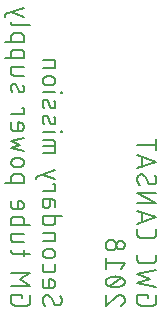
<source format=gbo>
G75*
%MOIN*%
%OFA0B0*%
%FSLAX25Y25*%
%IPPOS*%
%LPD*%
%AMOC8*
5,1,8,0,0,1.08239X$1,22.5*
%
%ADD10C,0.00600*%
D10*
X0129508Y0102234D02*
X0135908Y0102234D01*
X0135908Y0104012D01*
X0135909Y0104012D02*
X0135907Y0104076D01*
X0135901Y0104141D01*
X0135892Y0104204D01*
X0135878Y0104267D01*
X0135861Y0104329D01*
X0135840Y0104390D01*
X0135815Y0104450D01*
X0135787Y0104508D01*
X0135755Y0104564D01*
X0135720Y0104618D01*
X0135682Y0104670D01*
X0135641Y0104720D01*
X0135596Y0104766D01*
X0135550Y0104811D01*
X0135500Y0104852D01*
X0135448Y0104890D01*
X0135394Y0104925D01*
X0135338Y0104957D01*
X0135280Y0104985D01*
X0135220Y0105010D01*
X0135159Y0105031D01*
X0135097Y0105048D01*
X0135034Y0105062D01*
X0134971Y0105071D01*
X0134906Y0105077D01*
X0134842Y0105079D01*
X0134842Y0105078D02*
X0132708Y0105078D01*
X0132708Y0105079D02*
X0132644Y0105077D01*
X0132579Y0105071D01*
X0132516Y0105062D01*
X0132453Y0105048D01*
X0132391Y0105031D01*
X0132330Y0105010D01*
X0132270Y0104985D01*
X0132212Y0104957D01*
X0132156Y0104925D01*
X0132102Y0104890D01*
X0132050Y0104852D01*
X0132000Y0104811D01*
X0131954Y0104766D01*
X0131909Y0104720D01*
X0131868Y0104670D01*
X0131830Y0104618D01*
X0131795Y0104564D01*
X0131763Y0104508D01*
X0131735Y0104450D01*
X0131710Y0104390D01*
X0131689Y0104329D01*
X0131672Y0104267D01*
X0131658Y0104204D01*
X0131649Y0104141D01*
X0131643Y0104076D01*
X0131641Y0104012D01*
X0131642Y0104012D02*
X0131642Y0102234D01*
X0133064Y0107539D02*
X0134486Y0107539D01*
X0134560Y0107541D01*
X0134635Y0107547D01*
X0134708Y0107557D01*
X0134782Y0107570D01*
X0134854Y0107587D01*
X0134925Y0107609D01*
X0134996Y0107633D01*
X0135064Y0107662D01*
X0135132Y0107694D01*
X0135197Y0107730D01*
X0135260Y0107768D01*
X0135322Y0107811D01*
X0135381Y0107856D01*
X0135438Y0107904D01*
X0135492Y0107955D01*
X0135543Y0108009D01*
X0135591Y0108066D01*
X0135636Y0108125D01*
X0135679Y0108187D01*
X0135717Y0108250D01*
X0135753Y0108315D01*
X0135785Y0108383D01*
X0135814Y0108451D01*
X0135838Y0108522D01*
X0135860Y0108593D01*
X0135877Y0108665D01*
X0135890Y0108739D01*
X0135900Y0108812D01*
X0135906Y0108887D01*
X0135908Y0108961D01*
X0135906Y0109035D01*
X0135900Y0109110D01*
X0135890Y0109183D01*
X0135877Y0109257D01*
X0135860Y0109329D01*
X0135838Y0109400D01*
X0135814Y0109471D01*
X0135785Y0109539D01*
X0135753Y0109607D01*
X0135717Y0109672D01*
X0135679Y0109735D01*
X0135636Y0109797D01*
X0135591Y0109856D01*
X0135543Y0109913D01*
X0135492Y0109967D01*
X0135438Y0110018D01*
X0135381Y0110066D01*
X0135322Y0110111D01*
X0135260Y0110154D01*
X0135197Y0110192D01*
X0135132Y0110228D01*
X0135064Y0110260D01*
X0134996Y0110289D01*
X0134925Y0110313D01*
X0134854Y0110335D01*
X0134782Y0110352D01*
X0134708Y0110365D01*
X0134635Y0110375D01*
X0134560Y0110381D01*
X0134486Y0110383D01*
X0133064Y0110383D01*
X0132990Y0110381D01*
X0132915Y0110375D01*
X0132842Y0110365D01*
X0132768Y0110352D01*
X0132696Y0110335D01*
X0132625Y0110313D01*
X0132554Y0110289D01*
X0132486Y0110260D01*
X0132418Y0110228D01*
X0132353Y0110192D01*
X0132290Y0110154D01*
X0132228Y0110111D01*
X0132169Y0110066D01*
X0132112Y0110018D01*
X0132058Y0109967D01*
X0132007Y0109913D01*
X0131959Y0109856D01*
X0131914Y0109797D01*
X0131871Y0109735D01*
X0131833Y0109672D01*
X0131797Y0109607D01*
X0131765Y0109539D01*
X0131736Y0109471D01*
X0131712Y0109400D01*
X0131690Y0109329D01*
X0131673Y0109257D01*
X0131660Y0109183D01*
X0131650Y0109110D01*
X0131644Y0109035D01*
X0131642Y0108961D01*
X0131644Y0108887D01*
X0131650Y0108812D01*
X0131660Y0108739D01*
X0131673Y0108665D01*
X0131690Y0108593D01*
X0131712Y0108522D01*
X0131736Y0108451D01*
X0131765Y0108383D01*
X0131797Y0108315D01*
X0131833Y0108250D01*
X0131871Y0108187D01*
X0131914Y0108125D01*
X0131959Y0108066D01*
X0132007Y0108009D01*
X0132058Y0107955D01*
X0132112Y0107904D01*
X0132169Y0107856D01*
X0132228Y0107811D01*
X0132290Y0107768D01*
X0132353Y0107730D01*
X0132418Y0107694D01*
X0132486Y0107662D01*
X0132554Y0107633D01*
X0132625Y0107609D01*
X0132696Y0107587D01*
X0132768Y0107570D01*
X0132842Y0107557D01*
X0132915Y0107547D01*
X0132990Y0107541D01*
X0133064Y0107539D01*
X0135908Y0112776D02*
X0131642Y0113843D01*
X0134486Y0114910D01*
X0131642Y0115976D01*
X0135908Y0117043D01*
X0134486Y0119436D02*
X0132708Y0119436D01*
X0132644Y0119438D01*
X0132579Y0119444D01*
X0132516Y0119453D01*
X0132453Y0119467D01*
X0132391Y0119484D01*
X0132330Y0119505D01*
X0132270Y0119530D01*
X0132212Y0119558D01*
X0132156Y0119590D01*
X0132102Y0119625D01*
X0132050Y0119663D01*
X0132000Y0119704D01*
X0131954Y0119749D01*
X0131909Y0119795D01*
X0131868Y0119845D01*
X0131830Y0119897D01*
X0131795Y0119951D01*
X0131763Y0120007D01*
X0131735Y0120065D01*
X0131710Y0120125D01*
X0131689Y0120186D01*
X0131672Y0120248D01*
X0131658Y0120311D01*
X0131649Y0120374D01*
X0131643Y0120439D01*
X0131641Y0120503D01*
X0131642Y0120503D02*
X0131642Y0122281D01*
X0133775Y0122281D02*
X0133775Y0119436D01*
X0134486Y0119437D02*
X0134560Y0119439D01*
X0134635Y0119445D01*
X0134708Y0119455D01*
X0134782Y0119468D01*
X0134854Y0119485D01*
X0134925Y0119507D01*
X0134996Y0119531D01*
X0135064Y0119560D01*
X0135132Y0119592D01*
X0135197Y0119628D01*
X0135260Y0119666D01*
X0135322Y0119709D01*
X0135381Y0119754D01*
X0135438Y0119802D01*
X0135492Y0119853D01*
X0135543Y0119907D01*
X0135591Y0119964D01*
X0135636Y0120023D01*
X0135679Y0120085D01*
X0135717Y0120148D01*
X0135753Y0120213D01*
X0135785Y0120281D01*
X0135814Y0120349D01*
X0135838Y0120420D01*
X0135860Y0120491D01*
X0135877Y0120563D01*
X0135890Y0120637D01*
X0135900Y0120710D01*
X0135906Y0120785D01*
X0135908Y0120859D01*
X0135906Y0120933D01*
X0135900Y0121008D01*
X0135890Y0121081D01*
X0135877Y0121155D01*
X0135860Y0121227D01*
X0135838Y0121298D01*
X0135814Y0121369D01*
X0135785Y0121437D01*
X0135753Y0121505D01*
X0135717Y0121570D01*
X0135679Y0121633D01*
X0135636Y0121695D01*
X0135591Y0121754D01*
X0135543Y0121811D01*
X0135492Y0121865D01*
X0135438Y0121916D01*
X0135381Y0121964D01*
X0135322Y0122009D01*
X0135260Y0122052D01*
X0135197Y0122090D01*
X0135132Y0122126D01*
X0135064Y0122158D01*
X0134996Y0122187D01*
X0134925Y0122211D01*
X0134854Y0122233D01*
X0134782Y0122250D01*
X0134708Y0122263D01*
X0134635Y0122273D01*
X0134560Y0122279D01*
X0134486Y0122281D01*
X0133775Y0122281D01*
X0131642Y0125008D02*
X0135908Y0125008D01*
X0135908Y0127142D01*
X0135197Y0127142D01*
X0134131Y0132893D02*
X0133420Y0134671D01*
X0133396Y0134726D01*
X0133369Y0134779D01*
X0133338Y0134830D01*
X0133304Y0134879D01*
X0133267Y0134925D01*
X0133227Y0134969D01*
X0133185Y0135011D01*
X0133139Y0135049D01*
X0133092Y0135085D01*
X0133042Y0135117D01*
X0132990Y0135147D01*
X0132936Y0135172D01*
X0132881Y0135195D01*
X0132825Y0135213D01*
X0132767Y0135228D01*
X0132709Y0135240D01*
X0132650Y0135247D01*
X0132590Y0135251D01*
X0132531Y0135250D01*
X0132471Y0135246D01*
X0132412Y0135238D01*
X0132354Y0135227D01*
X0132297Y0135211D01*
X0132240Y0135192D01*
X0132185Y0135170D01*
X0132132Y0135143D01*
X0132080Y0135114D01*
X0132031Y0135081D01*
X0131983Y0135045D01*
X0131938Y0135006D01*
X0131896Y0134964D01*
X0131856Y0134920D01*
X0131820Y0134873D01*
X0131786Y0134824D01*
X0131756Y0134773D01*
X0131729Y0134720D01*
X0131705Y0134665D01*
X0131686Y0134609D01*
X0131669Y0134552D01*
X0131657Y0134493D01*
X0131648Y0134435D01*
X0131643Y0134375D01*
X0131642Y0134316D01*
X0135553Y0134849D02*
X0135600Y0134741D01*
X0135643Y0134631D01*
X0135684Y0134520D01*
X0135721Y0134408D01*
X0135755Y0134296D01*
X0135786Y0134182D01*
X0135813Y0134067D01*
X0135837Y0133951D01*
X0135857Y0133835D01*
X0135874Y0133719D01*
X0135888Y0133602D01*
X0135898Y0133484D01*
X0135905Y0133367D01*
X0135909Y0133249D01*
X0135908Y0133190D01*
X0135903Y0133130D01*
X0135894Y0133072D01*
X0135882Y0133013D01*
X0135865Y0132956D01*
X0135846Y0132900D01*
X0135822Y0132845D01*
X0135795Y0132792D01*
X0135765Y0132741D01*
X0135731Y0132692D01*
X0135695Y0132645D01*
X0135655Y0132601D01*
X0135613Y0132559D01*
X0135568Y0132520D01*
X0135520Y0132484D01*
X0135471Y0132451D01*
X0135419Y0132422D01*
X0135366Y0132395D01*
X0135311Y0132373D01*
X0135254Y0132354D01*
X0135197Y0132338D01*
X0135139Y0132327D01*
X0135080Y0132319D01*
X0135020Y0132315D01*
X0134961Y0132314D01*
X0134901Y0132318D01*
X0134842Y0132325D01*
X0134784Y0132337D01*
X0134726Y0132352D01*
X0134670Y0132370D01*
X0134615Y0132393D01*
X0134561Y0132418D01*
X0134509Y0132448D01*
X0134459Y0132480D01*
X0134412Y0132516D01*
X0134366Y0132554D01*
X0134324Y0132596D01*
X0134284Y0132640D01*
X0134247Y0132686D01*
X0134213Y0132735D01*
X0134182Y0132786D01*
X0134155Y0132839D01*
X0134131Y0132894D01*
X0131997Y0132360D02*
X0131947Y0132505D01*
X0131901Y0132652D01*
X0131858Y0132799D01*
X0131819Y0132948D01*
X0131784Y0133098D01*
X0131752Y0133248D01*
X0131725Y0133399D01*
X0131701Y0133551D01*
X0131682Y0133703D01*
X0131666Y0133856D01*
X0131654Y0134009D01*
X0131646Y0134162D01*
X0131642Y0134316D01*
X0132708Y0137898D02*
X0135908Y0137898D01*
X0135908Y0140743D02*
X0131642Y0140743D01*
X0131642Y0138965D01*
X0131641Y0138965D02*
X0131643Y0138901D01*
X0131649Y0138836D01*
X0131658Y0138773D01*
X0131672Y0138710D01*
X0131689Y0138648D01*
X0131710Y0138587D01*
X0131735Y0138527D01*
X0131763Y0138469D01*
X0131795Y0138413D01*
X0131830Y0138359D01*
X0131868Y0138307D01*
X0131909Y0138257D01*
X0131954Y0138211D01*
X0132000Y0138166D01*
X0132050Y0138125D01*
X0132102Y0138087D01*
X0132156Y0138052D01*
X0132212Y0138020D01*
X0132270Y0137992D01*
X0132330Y0137967D01*
X0132391Y0137946D01*
X0132453Y0137929D01*
X0132516Y0137915D01*
X0132579Y0137906D01*
X0132644Y0137900D01*
X0132708Y0137898D01*
X0131642Y0143671D02*
X0131642Y0145449D01*
X0131641Y0145449D02*
X0131643Y0145513D01*
X0131649Y0145578D01*
X0131658Y0145641D01*
X0131672Y0145704D01*
X0131689Y0145766D01*
X0131710Y0145827D01*
X0131735Y0145887D01*
X0131763Y0145945D01*
X0131795Y0146001D01*
X0131830Y0146055D01*
X0131868Y0146107D01*
X0131909Y0146157D01*
X0131954Y0146203D01*
X0132000Y0146248D01*
X0132050Y0146289D01*
X0132102Y0146327D01*
X0132156Y0146362D01*
X0132212Y0146394D01*
X0132270Y0146422D01*
X0132330Y0146447D01*
X0132391Y0146468D01*
X0132453Y0146485D01*
X0132516Y0146499D01*
X0132579Y0146508D01*
X0132644Y0146514D01*
X0132708Y0146516D01*
X0134842Y0146516D01*
X0134906Y0146514D01*
X0134971Y0146508D01*
X0135034Y0146499D01*
X0135097Y0146485D01*
X0135159Y0146468D01*
X0135220Y0146447D01*
X0135280Y0146422D01*
X0135338Y0146394D01*
X0135394Y0146362D01*
X0135448Y0146327D01*
X0135500Y0146289D01*
X0135550Y0146248D01*
X0135596Y0146203D01*
X0135641Y0146157D01*
X0135682Y0146107D01*
X0135720Y0146055D01*
X0135755Y0146001D01*
X0135787Y0145945D01*
X0135815Y0145887D01*
X0135840Y0145827D01*
X0135861Y0145766D01*
X0135878Y0145704D01*
X0135892Y0145641D01*
X0135901Y0145578D01*
X0135907Y0145513D01*
X0135909Y0145449D01*
X0135908Y0145449D02*
X0135908Y0143671D01*
X0129508Y0143671D01*
X0129508Y0149210D02*
X0135908Y0149210D01*
X0135908Y0150987D01*
X0135909Y0150987D02*
X0135907Y0151051D01*
X0135901Y0151116D01*
X0135892Y0151179D01*
X0135878Y0151242D01*
X0135861Y0151304D01*
X0135840Y0151365D01*
X0135815Y0151425D01*
X0135787Y0151483D01*
X0135755Y0151539D01*
X0135720Y0151593D01*
X0135682Y0151645D01*
X0135641Y0151695D01*
X0135596Y0151741D01*
X0135550Y0151786D01*
X0135500Y0151827D01*
X0135448Y0151865D01*
X0135394Y0151900D01*
X0135338Y0151932D01*
X0135280Y0151960D01*
X0135220Y0151985D01*
X0135159Y0152006D01*
X0135097Y0152023D01*
X0135034Y0152037D01*
X0134971Y0152046D01*
X0134906Y0152052D01*
X0134842Y0152054D01*
X0132708Y0152054D01*
X0132644Y0152052D01*
X0132579Y0152046D01*
X0132516Y0152037D01*
X0132453Y0152023D01*
X0132391Y0152006D01*
X0132330Y0151985D01*
X0132270Y0151960D01*
X0132212Y0151932D01*
X0132156Y0151900D01*
X0132102Y0151865D01*
X0132050Y0151827D01*
X0132000Y0151786D01*
X0131954Y0151741D01*
X0131909Y0151695D01*
X0131868Y0151645D01*
X0131830Y0151593D01*
X0131795Y0151539D01*
X0131763Y0151483D01*
X0131735Y0151425D01*
X0131710Y0151365D01*
X0131689Y0151304D01*
X0131672Y0151242D01*
X0131658Y0151179D01*
X0131649Y0151116D01*
X0131643Y0151051D01*
X0131641Y0150987D01*
X0131642Y0150987D02*
X0131642Y0149210D01*
X0132708Y0154608D02*
X0138042Y0154608D01*
X0135908Y0157591D02*
X0131642Y0159014D01*
X0129508Y0158302D02*
X0135908Y0160436D01*
X0131641Y0155674D02*
X0131643Y0155610D01*
X0131649Y0155545D01*
X0131658Y0155482D01*
X0131672Y0155419D01*
X0131689Y0155357D01*
X0131710Y0155296D01*
X0131735Y0155236D01*
X0131763Y0155178D01*
X0131795Y0155122D01*
X0131830Y0155068D01*
X0131868Y0155016D01*
X0131909Y0154966D01*
X0131954Y0154920D01*
X0132000Y0154875D01*
X0132050Y0154834D01*
X0132102Y0154796D01*
X0132156Y0154761D01*
X0132212Y0154729D01*
X0132270Y0154701D01*
X0132330Y0154676D01*
X0132391Y0154655D01*
X0132453Y0154638D01*
X0132516Y0154624D01*
X0132579Y0154615D01*
X0132644Y0154609D01*
X0132708Y0154607D01*
X0129508Y0157591D02*
X0129508Y0158302D01*
X0142142Y0143205D02*
X0145342Y0143205D01*
X0145406Y0143203D01*
X0145471Y0143197D01*
X0145534Y0143188D01*
X0145597Y0143174D01*
X0145659Y0143157D01*
X0145720Y0143136D01*
X0145780Y0143111D01*
X0145838Y0143083D01*
X0145894Y0143051D01*
X0145948Y0143016D01*
X0146000Y0142978D01*
X0146050Y0142937D01*
X0146096Y0142892D01*
X0146141Y0142846D01*
X0146182Y0142796D01*
X0146220Y0142744D01*
X0146255Y0142690D01*
X0146287Y0142634D01*
X0146315Y0142576D01*
X0146340Y0142516D01*
X0146361Y0142455D01*
X0146378Y0142393D01*
X0146392Y0142330D01*
X0146401Y0142267D01*
X0146407Y0142202D01*
X0146409Y0142138D01*
X0146408Y0142138D02*
X0146408Y0140360D01*
X0142142Y0140360D01*
X0143564Y0137666D02*
X0144986Y0137666D01*
X0145060Y0137664D01*
X0145135Y0137658D01*
X0145208Y0137648D01*
X0145282Y0137635D01*
X0145354Y0137618D01*
X0145425Y0137596D01*
X0145496Y0137572D01*
X0145564Y0137543D01*
X0145632Y0137511D01*
X0145697Y0137475D01*
X0145760Y0137437D01*
X0145822Y0137394D01*
X0145881Y0137349D01*
X0145938Y0137301D01*
X0145992Y0137250D01*
X0146043Y0137196D01*
X0146091Y0137139D01*
X0146136Y0137080D01*
X0146179Y0137018D01*
X0146217Y0136955D01*
X0146253Y0136890D01*
X0146285Y0136822D01*
X0146314Y0136754D01*
X0146338Y0136683D01*
X0146360Y0136612D01*
X0146377Y0136540D01*
X0146390Y0136466D01*
X0146400Y0136393D01*
X0146406Y0136318D01*
X0146408Y0136244D01*
X0146406Y0136170D01*
X0146400Y0136095D01*
X0146390Y0136022D01*
X0146377Y0135948D01*
X0146360Y0135876D01*
X0146338Y0135805D01*
X0146314Y0135734D01*
X0146285Y0135666D01*
X0146253Y0135598D01*
X0146217Y0135533D01*
X0146179Y0135470D01*
X0146136Y0135408D01*
X0146091Y0135349D01*
X0146043Y0135292D01*
X0145992Y0135238D01*
X0145938Y0135187D01*
X0145881Y0135139D01*
X0145822Y0135094D01*
X0145760Y0135051D01*
X0145697Y0135013D01*
X0145632Y0134977D01*
X0145564Y0134945D01*
X0145496Y0134916D01*
X0145425Y0134892D01*
X0145354Y0134870D01*
X0145282Y0134853D01*
X0145208Y0134840D01*
X0145135Y0134830D01*
X0145060Y0134824D01*
X0144986Y0134822D01*
X0144986Y0134821D02*
X0143564Y0134821D01*
X0143564Y0134822D02*
X0143490Y0134824D01*
X0143415Y0134830D01*
X0143342Y0134840D01*
X0143268Y0134853D01*
X0143196Y0134870D01*
X0143125Y0134892D01*
X0143054Y0134916D01*
X0142986Y0134945D01*
X0142918Y0134977D01*
X0142853Y0135013D01*
X0142790Y0135051D01*
X0142728Y0135094D01*
X0142669Y0135139D01*
X0142612Y0135187D01*
X0142558Y0135238D01*
X0142507Y0135292D01*
X0142459Y0135349D01*
X0142414Y0135408D01*
X0142371Y0135470D01*
X0142333Y0135533D01*
X0142297Y0135598D01*
X0142265Y0135666D01*
X0142236Y0135734D01*
X0142212Y0135805D01*
X0142190Y0135876D01*
X0142173Y0135948D01*
X0142160Y0136022D01*
X0142150Y0136095D01*
X0142144Y0136170D01*
X0142142Y0136244D01*
X0142144Y0136318D01*
X0142150Y0136393D01*
X0142160Y0136466D01*
X0142173Y0136540D01*
X0142190Y0136612D01*
X0142212Y0136683D01*
X0142236Y0136754D01*
X0142265Y0136822D01*
X0142297Y0136890D01*
X0142333Y0136955D01*
X0142371Y0137018D01*
X0142414Y0137080D01*
X0142459Y0137139D01*
X0142507Y0137196D01*
X0142558Y0137250D01*
X0142612Y0137301D01*
X0142669Y0137349D01*
X0142728Y0137394D01*
X0142790Y0137437D01*
X0142853Y0137475D01*
X0142918Y0137511D01*
X0142986Y0137543D01*
X0143054Y0137572D01*
X0143125Y0137596D01*
X0143196Y0137618D01*
X0143268Y0137635D01*
X0143342Y0137648D01*
X0143415Y0137658D01*
X0143490Y0137664D01*
X0143564Y0137666D01*
X0142142Y0132346D02*
X0146408Y0132346D01*
X0148186Y0132524D02*
X0148186Y0132168D01*
X0148542Y0132168D01*
X0148542Y0132524D01*
X0148186Y0132524D01*
X0142142Y0128982D02*
X0142146Y0128828D01*
X0142154Y0128675D01*
X0142166Y0128522D01*
X0142182Y0128369D01*
X0142201Y0128217D01*
X0142225Y0128065D01*
X0142252Y0127914D01*
X0142284Y0127764D01*
X0142319Y0127614D01*
X0142358Y0127465D01*
X0142401Y0127318D01*
X0142447Y0127171D01*
X0142497Y0127026D01*
X0146409Y0127916D02*
X0146405Y0128034D01*
X0146398Y0128151D01*
X0146388Y0128269D01*
X0146374Y0128386D01*
X0146357Y0128502D01*
X0146337Y0128618D01*
X0146313Y0128734D01*
X0146286Y0128849D01*
X0146255Y0128963D01*
X0146221Y0129075D01*
X0146184Y0129187D01*
X0146143Y0129298D01*
X0146100Y0129408D01*
X0146053Y0129516D01*
X0146409Y0127915D02*
X0146408Y0127856D01*
X0146403Y0127796D01*
X0146394Y0127738D01*
X0146382Y0127679D01*
X0146365Y0127622D01*
X0146346Y0127566D01*
X0146322Y0127511D01*
X0146295Y0127458D01*
X0146265Y0127407D01*
X0146231Y0127358D01*
X0146195Y0127311D01*
X0146155Y0127267D01*
X0146113Y0127225D01*
X0146068Y0127186D01*
X0146020Y0127150D01*
X0145971Y0127117D01*
X0145919Y0127088D01*
X0145866Y0127061D01*
X0145811Y0127039D01*
X0145754Y0127020D01*
X0145697Y0127004D01*
X0145639Y0126993D01*
X0145580Y0126985D01*
X0145520Y0126981D01*
X0145461Y0126980D01*
X0145401Y0126984D01*
X0145342Y0126991D01*
X0145284Y0127003D01*
X0145226Y0127018D01*
X0145170Y0127036D01*
X0145115Y0127059D01*
X0145061Y0127084D01*
X0145009Y0127114D01*
X0144959Y0127146D01*
X0144912Y0127182D01*
X0144866Y0127220D01*
X0144824Y0127262D01*
X0144784Y0127306D01*
X0144747Y0127352D01*
X0144713Y0127401D01*
X0144682Y0127452D01*
X0144655Y0127505D01*
X0144631Y0127560D01*
X0143920Y0129337D01*
X0143896Y0129392D01*
X0143869Y0129445D01*
X0143838Y0129496D01*
X0143804Y0129545D01*
X0143767Y0129591D01*
X0143727Y0129635D01*
X0143685Y0129677D01*
X0143639Y0129715D01*
X0143592Y0129751D01*
X0143542Y0129783D01*
X0143490Y0129813D01*
X0143436Y0129838D01*
X0143381Y0129861D01*
X0143325Y0129879D01*
X0143267Y0129894D01*
X0143209Y0129906D01*
X0143150Y0129913D01*
X0143090Y0129917D01*
X0143031Y0129916D01*
X0142971Y0129912D01*
X0142912Y0129904D01*
X0142854Y0129893D01*
X0142797Y0129877D01*
X0142740Y0129858D01*
X0142685Y0129836D01*
X0142632Y0129809D01*
X0142580Y0129780D01*
X0142531Y0129747D01*
X0142483Y0129711D01*
X0142438Y0129672D01*
X0142396Y0129630D01*
X0142356Y0129586D01*
X0142320Y0129539D01*
X0142286Y0129490D01*
X0142256Y0129439D01*
X0142229Y0129386D01*
X0142205Y0129331D01*
X0142186Y0129275D01*
X0142169Y0129218D01*
X0142157Y0129159D01*
X0142148Y0129101D01*
X0142143Y0129041D01*
X0142142Y0128982D01*
X0143920Y0124004D02*
X0144631Y0122226D01*
X0144631Y0122227D02*
X0144655Y0122172D01*
X0144682Y0122119D01*
X0144713Y0122068D01*
X0144747Y0122019D01*
X0144784Y0121973D01*
X0144824Y0121929D01*
X0144866Y0121887D01*
X0144912Y0121849D01*
X0144959Y0121813D01*
X0145009Y0121781D01*
X0145061Y0121751D01*
X0145115Y0121726D01*
X0145170Y0121703D01*
X0145226Y0121685D01*
X0145284Y0121670D01*
X0145342Y0121658D01*
X0145401Y0121651D01*
X0145461Y0121647D01*
X0145520Y0121648D01*
X0145580Y0121652D01*
X0145639Y0121660D01*
X0145697Y0121671D01*
X0145754Y0121687D01*
X0145811Y0121706D01*
X0145866Y0121728D01*
X0145919Y0121755D01*
X0145971Y0121784D01*
X0146020Y0121817D01*
X0146068Y0121853D01*
X0146113Y0121892D01*
X0146155Y0121934D01*
X0146195Y0121978D01*
X0146231Y0122025D01*
X0146265Y0122074D01*
X0146295Y0122125D01*
X0146322Y0122178D01*
X0146346Y0122233D01*
X0146365Y0122289D01*
X0146382Y0122346D01*
X0146394Y0122405D01*
X0146403Y0122463D01*
X0146408Y0122523D01*
X0146409Y0122582D01*
X0142497Y0121693D02*
X0142447Y0121838D01*
X0142401Y0121985D01*
X0142358Y0122132D01*
X0142319Y0122281D01*
X0142284Y0122431D01*
X0142252Y0122581D01*
X0142225Y0122732D01*
X0142201Y0122884D01*
X0142182Y0123036D01*
X0142166Y0123189D01*
X0142154Y0123342D01*
X0142146Y0123495D01*
X0142142Y0123649D01*
X0142143Y0123708D01*
X0142148Y0123768D01*
X0142157Y0123826D01*
X0142169Y0123885D01*
X0142186Y0123942D01*
X0142205Y0123998D01*
X0142229Y0124053D01*
X0142256Y0124106D01*
X0142286Y0124157D01*
X0142320Y0124206D01*
X0142356Y0124253D01*
X0142396Y0124297D01*
X0142438Y0124339D01*
X0142483Y0124378D01*
X0142531Y0124414D01*
X0142580Y0124447D01*
X0142632Y0124476D01*
X0142685Y0124503D01*
X0142740Y0124525D01*
X0142797Y0124544D01*
X0142854Y0124560D01*
X0142912Y0124571D01*
X0142971Y0124579D01*
X0143031Y0124583D01*
X0143090Y0124584D01*
X0143150Y0124580D01*
X0143209Y0124573D01*
X0143267Y0124561D01*
X0143325Y0124546D01*
X0143381Y0124528D01*
X0143436Y0124505D01*
X0143490Y0124480D01*
X0143542Y0124450D01*
X0143592Y0124418D01*
X0143639Y0124382D01*
X0143685Y0124344D01*
X0143727Y0124302D01*
X0143767Y0124258D01*
X0143804Y0124212D01*
X0143838Y0124163D01*
X0143869Y0124112D01*
X0143896Y0124059D01*
X0143920Y0124004D01*
X0146053Y0124182D02*
X0146100Y0124074D01*
X0146143Y0123964D01*
X0146184Y0123853D01*
X0146221Y0123741D01*
X0146255Y0123629D01*
X0146286Y0123515D01*
X0146313Y0123400D01*
X0146337Y0123284D01*
X0146357Y0123168D01*
X0146374Y0123052D01*
X0146388Y0122935D01*
X0146398Y0122817D01*
X0146405Y0122700D01*
X0146409Y0122582D01*
X0146408Y0119218D02*
X0142142Y0119218D01*
X0142142Y0116428D02*
X0145342Y0116428D01*
X0145406Y0116426D01*
X0145471Y0116420D01*
X0145534Y0116411D01*
X0145597Y0116397D01*
X0145659Y0116380D01*
X0145720Y0116359D01*
X0145780Y0116334D01*
X0145838Y0116306D01*
X0145894Y0116274D01*
X0145948Y0116239D01*
X0146000Y0116201D01*
X0146050Y0116160D01*
X0146096Y0116115D01*
X0146141Y0116069D01*
X0146182Y0116019D01*
X0146220Y0115967D01*
X0146255Y0115913D01*
X0146287Y0115857D01*
X0146315Y0115799D01*
X0146340Y0115739D01*
X0146361Y0115678D01*
X0146378Y0115616D01*
X0146392Y0115553D01*
X0146401Y0115490D01*
X0146407Y0115425D01*
X0146409Y0115361D01*
X0146408Y0115361D02*
X0146408Y0112161D01*
X0142142Y0112161D01*
X0142142Y0114294D02*
X0146408Y0114294D01*
X0148186Y0119040D02*
X0148186Y0119395D01*
X0148542Y0119395D01*
X0148542Y0119040D01*
X0148186Y0119040D01*
X0146408Y0106280D02*
X0140008Y0104147D01*
X0140008Y0103436D01*
X0142142Y0104858D02*
X0146408Y0103436D01*
X0146408Y0101705D02*
X0145697Y0101705D01*
X0146408Y0101705D02*
X0146408Y0099572D01*
X0142142Y0099572D01*
X0142142Y0096610D02*
X0145342Y0096610D01*
X0144631Y0096610D02*
X0144631Y0095010D01*
X0145342Y0096611D02*
X0145406Y0096609D01*
X0145471Y0096603D01*
X0145534Y0096594D01*
X0145597Y0096580D01*
X0145659Y0096563D01*
X0145720Y0096542D01*
X0145780Y0096517D01*
X0145838Y0096489D01*
X0145894Y0096457D01*
X0145948Y0096422D01*
X0146000Y0096384D01*
X0146050Y0096343D01*
X0146096Y0096298D01*
X0146141Y0096252D01*
X0146182Y0096202D01*
X0146220Y0096150D01*
X0146255Y0096096D01*
X0146287Y0096040D01*
X0146315Y0095982D01*
X0146340Y0095922D01*
X0146361Y0095861D01*
X0146378Y0095799D01*
X0146392Y0095736D01*
X0146401Y0095673D01*
X0146407Y0095608D01*
X0146409Y0095544D01*
X0146408Y0095544D02*
X0146408Y0094121D01*
X0146408Y0091072D02*
X0146408Y0089294D01*
X0146409Y0089294D02*
X0146407Y0089230D01*
X0146401Y0089165D01*
X0146392Y0089102D01*
X0146378Y0089039D01*
X0146361Y0088977D01*
X0146340Y0088916D01*
X0146315Y0088856D01*
X0146287Y0088798D01*
X0146255Y0088742D01*
X0146220Y0088688D01*
X0146182Y0088636D01*
X0146141Y0088586D01*
X0146096Y0088540D01*
X0146050Y0088495D01*
X0146000Y0088454D01*
X0145948Y0088416D01*
X0145894Y0088381D01*
X0145838Y0088349D01*
X0145780Y0088321D01*
X0145720Y0088296D01*
X0145659Y0088275D01*
X0145597Y0088258D01*
X0145534Y0088244D01*
X0145471Y0088235D01*
X0145406Y0088229D01*
X0145342Y0088227D01*
X0143208Y0088227D01*
X0143144Y0088229D01*
X0143079Y0088235D01*
X0143016Y0088244D01*
X0142953Y0088258D01*
X0142891Y0088275D01*
X0142830Y0088296D01*
X0142770Y0088321D01*
X0142712Y0088349D01*
X0142656Y0088381D01*
X0142602Y0088416D01*
X0142550Y0088454D01*
X0142500Y0088495D01*
X0142454Y0088540D01*
X0142409Y0088586D01*
X0142368Y0088636D01*
X0142330Y0088688D01*
X0142295Y0088742D01*
X0142263Y0088798D01*
X0142235Y0088856D01*
X0142210Y0088916D01*
X0142189Y0088977D01*
X0142172Y0089039D01*
X0142158Y0089102D01*
X0142149Y0089165D01*
X0142143Y0089230D01*
X0142141Y0089294D01*
X0142142Y0089294D02*
X0142142Y0091072D01*
X0148542Y0091072D01*
X0145342Y0085562D02*
X0142142Y0085562D01*
X0142142Y0082717D02*
X0146408Y0082717D01*
X0146408Y0084495D01*
X0146409Y0084495D02*
X0146407Y0084559D01*
X0146401Y0084624D01*
X0146392Y0084687D01*
X0146378Y0084750D01*
X0146361Y0084812D01*
X0146340Y0084873D01*
X0146315Y0084933D01*
X0146287Y0084991D01*
X0146255Y0085047D01*
X0146220Y0085101D01*
X0146182Y0085153D01*
X0146141Y0085203D01*
X0146096Y0085249D01*
X0146050Y0085294D01*
X0146000Y0085335D01*
X0145948Y0085373D01*
X0145894Y0085408D01*
X0145838Y0085440D01*
X0145780Y0085468D01*
X0145720Y0085493D01*
X0145659Y0085514D01*
X0145597Y0085531D01*
X0145534Y0085545D01*
X0145471Y0085554D01*
X0145406Y0085560D01*
X0145342Y0085562D01*
X0144986Y0080023D02*
X0143564Y0080023D01*
X0143490Y0080021D01*
X0143415Y0080015D01*
X0143342Y0080005D01*
X0143268Y0079992D01*
X0143196Y0079975D01*
X0143125Y0079953D01*
X0143054Y0079929D01*
X0142986Y0079900D01*
X0142918Y0079868D01*
X0142853Y0079832D01*
X0142790Y0079794D01*
X0142728Y0079751D01*
X0142669Y0079706D01*
X0142612Y0079658D01*
X0142558Y0079607D01*
X0142507Y0079553D01*
X0142459Y0079496D01*
X0142414Y0079437D01*
X0142371Y0079375D01*
X0142333Y0079312D01*
X0142297Y0079247D01*
X0142265Y0079179D01*
X0142236Y0079111D01*
X0142212Y0079040D01*
X0142190Y0078969D01*
X0142173Y0078897D01*
X0142160Y0078823D01*
X0142150Y0078750D01*
X0142144Y0078675D01*
X0142142Y0078601D01*
X0142144Y0078527D01*
X0142150Y0078452D01*
X0142160Y0078379D01*
X0142173Y0078305D01*
X0142190Y0078233D01*
X0142212Y0078162D01*
X0142236Y0078091D01*
X0142265Y0078023D01*
X0142297Y0077955D01*
X0142333Y0077890D01*
X0142371Y0077827D01*
X0142414Y0077765D01*
X0142459Y0077706D01*
X0142507Y0077649D01*
X0142558Y0077595D01*
X0142612Y0077544D01*
X0142669Y0077496D01*
X0142728Y0077451D01*
X0142790Y0077408D01*
X0142853Y0077370D01*
X0142918Y0077334D01*
X0142986Y0077302D01*
X0143054Y0077273D01*
X0143125Y0077249D01*
X0143196Y0077227D01*
X0143268Y0077210D01*
X0143342Y0077197D01*
X0143415Y0077187D01*
X0143490Y0077181D01*
X0143564Y0077179D01*
X0144986Y0077179D01*
X0145060Y0077181D01*
X0145135Y0077187D01*
X0145208Y0077197D01*
X0145282Y0077210D01*
X0145354Y0077227D01*
X0145425Y0077249D01*
X0145496Y0077273D01*
X0145564Y0077302D01*
X0145632Y0077334D01*
X0145697Y0077370D01*
X0145760Y0077408D01*
X0145822Y0077451D01*
X0145881Y0077496D01*
X0145938Y0077544D01*
X0145992Y0077595D01*
X0146043Y0077649D01*
X0146091Y0077706D01*
X0146136Y0077765D01*
X0146179Y0077827D01*
X0146217Y0077890D01*
X0146253Y0077955D01*
X0146285Y0078023D01*
X0146314Y0078091D01*
X0146338Y0078162D01*
X0146360Y0078233D01*
X0146377Y0078305D01*
X0146390Y0078379D01*
X0146400Y0078452D01*
X0146406Y0078527D01*
X0146408Y0078601D01*
X0146406Y0078675D01*
X0146400Y0078750D01*
X0146390Y0078823D01*
X0146377Y0078897D01*
X0146360Y0078969D01*
X0146338Y0079040D01*
X0146314Y0079111D01*
X0146285Y0079179D01*
X0146253Y0079247D01*
X0146217Y0079312D01*
X0146179Y0079375D01*
X0146136Y0079437D01*
X0146091Y0079496D01*
X0146043Y0079553D01*
X0145992Y0079607D01*
X0145938Y0079658D01*
X0145881Y0079706D01*
X0145822Y0079751D01*
X0145760Y0079794D01*
X0145697Y0079832D01*
X0145632Y0079868D01*
X0145564Y0079900D01*
X0145496Y0079929D01*
X0145425Y0079953D01*
X0145354Y0079975D01*
X0145282Y0079992D01*
X0145208Y0080005D01*
X0145135Y0080015D01*
X0145060Y0080021D01*
X0144986Y0080023D01*
X0146408Y0074957D02*
X0146408Y0073534D01*
X0146409Y0073534D02*
X0146407Y0073470D01*
X0146401Y0073405D01*
X0146392Y0073342D01*
X0146378Y0073279D01*
X0146361Y0073217D01*
X0146340Y0073156D01*
X0146315Y0073096D01*
X0146287Y0073038D01*
X0146255Y0072982D01*
X0146220Y0072928D01*
X0146182Y0072876D01*
X0146141Y0072826D01*
X0146096Y0072780D01*
X0146050Y0072735D01*
X0146000Y0072694D01*
X0145948Y0072656D01*
X0145894Y0072621D01*
X0145838Y0072589D01*
X0145780Y0072561D01*
X0145720Y0072536D01*
X0145659Y0072515D01*
X0145597Y0072498D01*
X0145534Y0072484D01*
X0145471Y0072475D01*
X0145406Y0072469D01*
X0145342Y0072467D01*
X0145342Y0072468D02*
X0143208Y0072468D01*
X0143208Y0072467D02*
X0143144Y0072469D01*
X0143079Y0072475D01*
X0143016Y0072484D01*
X0142953Y0072498D01*
X0142891Y0072515D01*
X0142830Y0072536D01*
X0142770Y0072561D01*
X0142712Y0072589D01*
X0142656Y0072621D01*
X0142602Y0072656D01*
X0142550Y0072694D01*
X0142500Y0072735D01*
X0142454Y0072780D01*
X0142409Y0072826D01*
X0142368Y0072876D01*
X0142330Y0072928D01*
X0142295Y0072982D01*
X0142263Y0073038D01*
X0142235Y0073096D01*
X0142210Y0073156D01*
X0142189Y0073217D01*
X0142172Y0073279D01*
X0142158Y0073342D01*
X0142149Y0073405D01*
X0142143Y0073470D01*
X0142141Y0073534D01*
X0142142Y0073534D02*
X0142142Y0074957D01*
X0142142Y0069972D02*
X0142142Y0068194D01*
X0142141Y0068194D02*
X0142143Y0068130D01*
X0142149Y0068065D01*
X0142158Y0068002D01*
X0142172Y0067939D01*
X0142189Y0067877D01*
X0142210Y0067816D01*
X0142235Y0067756D01*
X0142263Y0067698D01*
X0142295Y0067642D01*
X0142330Y0067588D01*
X0142368Y0067536D01*
X0142409Y0067486D01*
X0142454Y0067440D01*
X0142500Y0067395D01*
X0142550Y0067354D01*
X0142602Y0067316D01*
X0142656Y0067281D01*
X0142712Y0067249D01*
X0142770Y0067221D01*
X0142830Y0067196D01*
X0142891Y0067175D01*
X0142953Y0067158D01*
X0143016Y0067144D01*
X0143079Y0067135D01*
X0143144Y0067129D01*
X0143208Y0067127D01*
X0144986Y0067127D01*
X0144275Y0067127D02*
X0144275Y0069972D01*
X0144986Y0069972D01*
X0144986Y0069971D02*
X0145060Y0069969D01*
X0145135Y0069963D01*
X0145208Y0069953D01*
X0145282Y0069940D01*
X0145354Y0069923D01*
X0145425Y0069901D01*
X0145496Y0069877D01*
X0145564Y0069848D01*
X0145632Y0069816D01*
X0145697Y0069780D01*
X0145760Y0069742D01*
X0145822Y0069699D01*
X0145881Y0069654D01*
X0145938Y0069606D01*
X0145992Y0069555D01*
X0146043Y0069501D01*
X0146091Y0069444D01*
X0146136Y0069385D01*
X0146179Y0069323D01*
X0146217Y0069260D01*
X0146253Y0069195D01*
X0146285Y0069127D01*
X0146314Y0069059D01*
X0146338Y0068988D01*
X0146360Y0068917D01*
X0146377Y0068845D01*
X0146390Y0068771D01*
X0146400Y0068698D01*
X0146406Y0068623D01*
X0146408Y0068549D01*
X0146406Y0068475D01*
X0146400Y0068400D01*
X0146390Y0068327D01*
X0146377Y0068253D01*
X0146360Y0068181D01*
X0146338Y0068110D01*
X0146314Y0068039D01*
X0146285Y0067971D01*
X0146253Y0067903D01*
X0146217Y0067838D01*
X0146179Y0067775D01*
X0146136Y0067713D01*
X0146091Y0067654D01*
X0146043Y0067597D01*
X0145992Y0067543D01*
X0145938Y0067492D01*
X0145881Y0067444D01*
X0145822Y0067399D01*
X0145760Y0067356D01*
X0145697Y0067318D01*
X0145632Y0067282D01*
X0145564Y0067250D01*
X0145496Y0067221D01*
X0145425Y0067197D01*
X0145354Y0067175D01*
X0145282Y0067158D01*
X0145208Y0067145D01*
X0145135Y0067135D01*
X0145060Y0067129D01*
X0144986Y0067127D01*
X0144808Y0064078D02*
X0145875Y0062122D01*
X0148542Y0062833D02*
X0148540Y0062934D01*
X0148534Y0063035D01*
X0148525Y0063135D01*
X0148511Y0063235D01*
X0148494Y0063335D01*
X0148474Y0063434D01*
X0148449Y0063531D01*
X0148421Y0063628D01*
X0148389Y0063724D01*
X0148353Y0063819D01*
X0148314Y0063912D01*
X0148272Y0064003D01*
X0148226Y0064093D01*
X0148176Y0064181D01*
X0148124Y0064267D01*
X0148068Y0064351D01*
X0148009Y0064433D01*
X0145876Y0062122D02*
X0145916Y0062058D01*
X0145959Y0061997D01*
X0146005Y0061938D01*
X0146054Y0061881D01*
X0146106Y0061827D01*
X0146160Y0061776D01*
X0146218Y0061728D01*
X0146277Y0061682D01*
X0146339Y0061640D01*
X0146404Y0061601D01*
X0146470Y0061566D01*
X0146537Y0061534D01*
X0146607Y0061505D01*
X0146677Y0061480D01*
X0146749Y0061459D01*
X0146822Y0061442D01*
X0146896Y0061428D01*
X0146970Y0061419D01*
X0147045Y0061413D01*
X0147120Y0061411D01*
X0147194Y0061413D01*
X0147269Y0061419D01*
X0147342Y0061429D01*
X0147416Y0061442D01*
X0147488Y0061459D01*
X0147559Y0061481D01*
X0147630Y0061505D01*
X0147698Y0061534D01*
X0147766Y0061566D01*
X0147831Y0061602D01*
X0147894Y0061640D01*
X0147956Y0061683D01*
X0148015Y0061728D01*
X0148072Y0061776D01*
X0148126Y0061827D01*
X0148177Y0061882D01*
X0148225Y0061938D01*
X0148270Y0061997D01*
X0148313Y0062059D01*
X0148351Y0062122D01*
X0148387Y0062187D01*
X0148419Y0062255D01*
X0148448Y0062323D01*
X0148472Y0062394D01*
X0148494Y0062465D01*
X0148511Y0062537D01*
X0148524Y0062611D01*
X0148534Y0062684D01*
X0148540Y0062759D01*
X0148542Y0062833D01*
X0143031Y0061233D02*
X0142956Y0061310D01*
X0142883Y0061390D01*
X0142814Y0061473D01*
X0142747Y0061558D01*
X0142684Y0061645D01*
X0142624Y0061734D01*
X0142567Y0061826D01*
X0142513Y0061919D01*
X0142463Y0062015D01*
X0142416Y0062112D01*
X0142373Y0062211D01*
X0142333Y0062311D01*
X0142297Y0062412D01*
X0142265Y0062515D01*
X0142236Y0062619D01*
X0142211Y0062724D01*
X0142190Y0062830D01*
X0142173Y0062936D01*
X0142159Y0063043D01*
X0142150Y0063151D01*
X0142144Y0063258D01*
X0142142Y0063366D01*
X0142144Y0063440D01*
X0142150Y0063515D01*
X0142160Y0063588D01*
X0142173Y0063662D01*
X0142190Y0063734D01*
X0142212Y0063805D01*
X0142236Y0063876D01*
X0142265Y0063944D01*
X0142297Y0064012D01*
X0142333Y0064077D01*
X0142371Y0064140D01*
X0142414Y0064202D01*
X0142459Y0064261D01*
X0142507Y0064318D01*
X0142558Y0064372D01*
X0142612Y0064423D01*
X0142669Y0064471D01*
X0142728Y0064516D01*
X0142790Y0064559D01*
X0142853Y0064597D01*
X0142918Y0064633D01*
X0142986Y0064665D01*
X0143054Y0064694D01*
X0143125Y0064718D01*
X0143196Y0064740D01*
X0143268Y0064757D01*
X0143342Y0064770D01*
X0143415Y0064780D01*
X0143490Y0064786D01*
X0143564Y0064788D01*
X0143639Y0064786D01*
X0143714Y0064780D01*
X0143788Y0064771D01*
X0143862Y0064757D01*
X0143935Y0064740D01*
X0144007Y0064719D01*
X0144077Y0064694D01*
X0144147Y0064665D01*
X0144214Y0064633D01*
X0144280Y0064598D01*
X0144345Y0064559D01*
X0144407Y0064517D01*
X0144466Y0064471D01*
X0144524Y0064423D01*
X0144578Y0064372D01*
X0144630Y0064318D01*
X0144679Y0064261D01*
X0144725Y0064202D01*
X0144768Y0064141D01*
X0144808Y0064077D01*
X0138042Y0064789D02*
X0138042Y0062655D01*
X0138040Y0062581D01*
X0138034Y0062506D01*
X0138024Y0062433D01*
X0138011Y0062359D01*
X0137994Y0062287D01*
X0137972Y0062216D01*
X0137948Y0062145D01*
X0137919Y0062077D01*
X0137887Y0062009D01*
X0137851Y0061944D01*
X0137813Y0061881D01*
X0137770Y0061819D01*
X0137725Y0061760D01*
X0137677Y0061703D01*
X0137626Y0061649D01*
X0137571Y0061598D01*
X0137515Y0061550D01*
X0137456Y0061505D01*
X0137394Y0061462D01*
X0137331Y0061424D01*
X0137266Y0061388D01*
X0137198Y0061356D01*
X0137130Y0061327D01*
X0137059Y0061303D01*
X0136988Y0061281D01*
X0136916Y0061264D01*
X0136842Y0061251D01*
X0136769Y0061241D01*
X0136694Y0061235D01*
X0136620Y0061233D01*
X0133064Y0061233D01*
X0132990Y0061235D01*
X0132915Y0061241D01*
X0132842Y0061251D01*
X0132768Y0061264D01*
X0132696Y0061281D01*
X0132625Y0061303D01*
X0132554Y0061327D01*
X0132486Y0061356D01*
X0132418Y0061388D01*
X0132353Y0061424D01*
X0132290Y0061462D01*
X0132228Y0061505D01*
X0132169Y0061550D01*
X0132112Y0061598D01*
X0132058Y0061649D01*
X0132007Y0061703D01*
X0131959Y0061760D01*
X0131914Y0061819D01*
X0131871Y0061881D01*
X0131833Y0061944D01*
X0131797Y0062009D01*
X0131765Y0062077D01*
X0131736Y0062145D01*
X0131712Y0062216D01*
X0131690Y0062287D01*
X0131673Y0062359D01*
X0131660Y0062433D01*
X0131650Y0062506D01*
X0131644Y0062581D01*
X0131642Y0062655D01*
X0131642Y0064789D01*
X0135197Y0064789D01*
X0135197Y0063722D01*
X0138042Y0067852D02*
X0131642Y0067852D01*
X0134486Y0069985D02*
X0138042Y0072119D01*
X0131642Y0072119D01*
X0134486Y0069985D02*
X0138042Y0067852D01*
X0135908Y0077694D02*
X0135908Y0079827D01*
X0135908Y0082307D02*
X0132708Y0082307D01*
X0132644Y0082309D01*
X0132579Y0082315D01*
X0132516Y0082324D01*
X0132453Y0082338D01*
X0132391Y0082355D01*
X0132330Y0082376D01*
X0132270Y0082401D01*
X0132212Y0082429D01*
X0132156Y0082461D01*
X0132102Y0082496D01*
X0132050Y0082534D01*
X0132000Y0082575D01*
X0131954Y0082620D01*
X0131909Y0082666D01*
X0131868Y0082716D01*
X0131830Y0082768D01*
X0131795Y0082822D01*
X0131763Y0082878D01*
X0131735Y0082936D01*
X0131710Y0082996D01*
X0131689Y0083057D01*
X0131672Y0083119D01*
X0131658Y0083182D01*
X0131649Y0083245D01*
X0131643Y0083310D01*
X0131641Y0083374D01*
X0131642Y0083374D02*
X0131642Y0085152D01*
X0135908Y0085152D01*
X0135908Y0088080D02*
X0135908Y0089858D01*
X0135909Y0089858D02*
X0135907Y0089922D01*
X0135901Y0089987D01*
X0135892Y0090050D01*
X0135878Y0090113D01*
X0135861Y0090175D01*
X0135840Y0090236D01*
X0135815Y0090296D01*
X0135787Y0090354D01*
X0135755Y0090410D01*
X0135720Y0090464D01*
X0135682Y0090516D01*
X0135641Y0090566D01*
X0135596Y0090612D01*
X0135550Y0090657D01*
X0135500Y0090698D01*
X0135448Y0090736D01*
X0135394Y0090771D01*
X0135338Y0090803D01*
X0135280Y0090831D01*
X0135220Y0090856D01*
X0135159Y0090877D01*
X0135097Y0090894D01*
X0135034Y0090908D01*
X0134971Y0090917D01*
X0134906Y0090923D01*
X0134842Y0090925D01*
X0134842Y0090924D02*
X0132708Y0090924D01*
X0132708Y0090925D02*
X0132644Y0090923D01*
X0132579Y0090917D01*
X0132516Y0090908D01*
X0132453Y0090894D01*
X0132391Y0090877D01*
X0132330Y0090856D01*
X0132270Y0090831D01*
X0132212Y0090803D01*
X0132156Y0090771D01*
X0132102Y0090736D01*
X0132050Y0090698D01*
X0132000Y0090657D01*
X0131954Y0090612D01*
X0131909Y0090566D01*
X0131868Y0090516D01*
X0131830Y0090464D01*
X0131795Y0090410D01*
X0131763Y0090354D01*
X0131735Y0090296D01*
X0131710Y0090236D01*
X0131689Y0090175D01*
X0131672Y0090113D01*
X0131658Y0090050D01*
X0131649Y0089987D01*
X0131643Y0089922D01*
X0131641Y0089858D01*
X0131642Y0089858D02*
X0131642Y0088080D01*
X0138042Y0088080D01*
X0134486Y0093384D02*
X0132708Y0093384D01*
X0132644Y0093386D01*
X0132579Y0093392D01*
X0132516Y0093401D01*
X0132453Y0093415D01*
X0132391Y0093432D01*
X0132330Y0093453D01*
X0132270Y0093478D01*
X0132212Y0093506D01*
X0132156Y0093538D01*
X0132102Y0093573D01*
X0132050Y0093611D01*
X0132000Y0093652D01*
X0131954Y0093697D01*
X0131909Y0093743D01*
X0131868Y0093793D01*
X0131830Y0093845D01*
X0131795Y0093899D01*
X0131763Y0093955D01*
X0131735Y0094013D01*
X0131710Y0094073D01*
X0131689Y0094134D01*
X0131672Y0094196D01*
X0131658Y0094259D01*
X0131649Y0094322D01*
X0131643Y0094387D01*
X0131641Y0094451D01*
X0131642Y0094451D02*
X0131642Y0096229D01*
X0133775Y0096229D02*
X0133775Y0093384D01*
X0134486Y0093385D02*
X0134560Y0093387D01*
X0134635Y0093393D01*
X0134708Y0093403D01*
X0134782Y0093416D01*
X0134854Y0093433D01*
X0134925Y0093455D01*
X0134996Y0093479D01*
X0135064Y0093508D01*
X0135132Y0093540D01*
X0135197Y0093576D01*
X0135260Y0093614D01*
X0135322Y0093657D01*
X0135381Y0093702D01*
X0135438Y0093750D01*
X0135492Y0093801D01*
X0135543Y0093855D01*
X0135591Y0093912D01*
X0135636Y0093971D01*
X0135679Y0094033D01*
X0135717Y0094096D01*
X0135753Y0094161D01*
X0135785Y0094229D01*
X0135814Y0094297D01*
X0135838Y0094368D01*
X0135860Y0094439D01*
X0135877Y0094511D01*
X0135890Y0094585D01*
X0135900Y0094658D01*
X0135906Y0094733D01*
X0135908Y0094807D01*
X0135906Y0094881D01*
X0135900Y0094956D01*
X0135890Y0095029D01*
X0135877Y0095103D01*
X0135860Y0095175D01*
X0135838Y0095246D01*
X0135814Y0095317D01*
X0135785Y0095385D01*
X0135753Y0095453D01*
X0135717Y0095518D01*
X0135679Y0095581D01*
X0135636Y0095643D01*
X0135591Y0095702D01*
X0135543Y0095759D01*
X0135492Y0095813D01*
X0135438Y0095864D01*
X0135381Y0095912D01*
X0135322Y0095957D01*
X0135260Y0096000D01*
X0135197Y0096038D01*
X0135132Y0096074D01*
X0135064Y0096106D01*
X0134996Y0096135D01*
X0134925Y0096159D01*
X0134854Y0096181D01*
X0134782Y0096198D01*
X0134708Y0096211D01*
X0134635Y0096221D01*
X0134560Y0096227D01*
X0134486Y0096229D01*
X0133775Y0096229D01*
X0142142Y0096610D02*
X0142142Y0095010D01*
X0142144Y0094940D01*
X0142150Y0094871D01*
X0142160Y0094802D01*
X0142173Y0094733D01*
X0142191Y0094666D01*
X0142212Y0094599D01*
X0142237Y0094534D01*
X0142265Y0094470D01*
X0142297Y0094408D01*
X0142333Y0094348D01*
X0142371Y0094290D01*
X0142413Y0094234D01*
X0142458Y0094181D01*
X0142506Y0094130D01*
X0142557Y0094082D01*
X0142610Y0094037D01*
X0142666Y0093995D01*
X0142724Y0093957D01*
X0142784Y0093921D01*
X0142846Y0093889D01*
X0142910Y0093861D01*
X0142975Y0093836D01*
X0143042Y0093815D01*
X0143109Y0093797D01*
X0143178Y0093784D01*
X0143247Y0093774D01*
X0143316Y0093768D01*
X0143386Y0093766D01*
X0143456Y0093768D01*
X0143525Y0093774D01*
X0143594Y0093784D01*
X0143663Y0093797D01*
X0143730Y0093815D01*
X0143797Y0093836D01*
X0143862Y0093861D01*
X0143926Y0093889D01*
X0143988Y0093921D01*
X0144048Y0093957D01*
X0144106Y0093995D01*
X0144162Y0094037D01*
X0144215Y0094082D01*
X0144266Y0094130D01*
X0144314Y0094181D01*
X0144359Y0094234D01*
X0144401Y0094290D01*
X0144439Y0094348D01*
X0144475Y0094408D01*
X0144507Y0094470D01*
X0144535Y0094534D01*
X0144560Y0094599D01*
X0144581Y0094666D01*
X0144599Y0094733D01*
X0144612Y0094802D01*
X0144622Y0094871D01*
X0144628Y0094940D01*
X0144630Y0095010D01*
X0138042Y0078405D02*
X0132708Y0078405D01*
X0132644Y0078407D01*
X0132579Y0078413D01*
X0132516Y0078422D01*
X0132453Y0078436D01*
X0132391Y0078453D01*
X0132330Y0078474D01*
X0132270Y0078499D01*
X0132212Y0078527D01*
X0132156Y0078559D01*
X0132102Y0078594D01*
X0132050Y0078632D01*
X0132000Y0078673D01*
X0131954Y0078718D01*
X0131909Y0078764D01*
X0131868Y0078814D01*
X0131830Y0078866D01*
X0131795Y0078920D01*
X0131763Y0078976D01*
X0131735Y0079034D01*
X0131710Y0079094D01*
X0131689Y0079155D01*
X0131672Y0079217D01*
X0131658Y0079280D01*
X0131649Y0079343D01*
X0131643Y0079408D01*
X0131641Y0079472D01*
X0131642Y0079472D02*
X0131642Y0079827D01*
X0163142Y0077097D02*
X0163142Y0073541D01*
X0163142Y0075319D02*
X0169542Y0075319D01*
X0168120Y0073541D01*
X0166342Y0067387D02*
X0166201Y0067389D01*
X0166061Y0067395D01*
X0165920Y0067404D01*
X0165780Y0067417D01*
X0165640Y0067434D01*
X0165501Y0067454D01*
X0165363Y0067479D01*
X0165225Y0067507D01*
X0165088Y0067538D01*
X0164951Y0067574D01*
X0164816Y0067613D01*
X0164682Y0067655D01*
X0164549Y0067701D01*
X0164417Y0067751D01*
X0164287Y0067804D01*
X0164158Y0067860D01*
X0164031Y0067920D01*
X0164564Y0067743D02*
X0168120Y0070587D01*
X0168653Y0070410D02*
X0168719Y0070385D01*
X0168784Y0070357D01*
X0168848Y0070325D01*
X0168909Y0070290D01*
X0168969Y0070251D01*
X0169027Y0070210D01*
X0169082Y0070165D01*
X0169134Y0070117D01*
X0169184Y0070067D01*
X0169232Y0070014D01*
X0169276Y0069959D01*
X0169317Y0069901D01*
X0169355Y0069841D01*
X0169390Y0069779D01*
X0169421Y0069715D01*
X0169449Y0069650D01*
X0169474Y0069583D01*
X0169494Y0069516D01*
X0169511Y0069447D01*
X0169525Y0069377D01*
X0169534Y0069307D01*
X0169540Y0069236D01*
X0169542Y0069165D01*
X0169540Y0069094D01*
X0169534Y0069023D01*
X0169525Y0068953D01*
X0169511Y0068883D01*
X0169494Y0068814D01*
X0169474Y0068747D01*
X0169449Y0068680D01*
X0169421Y0068615D01*
X0169390Y0068551D01*
X0169355Y0068489D01*
X0169317Y0068429D01*
X0169276Y0068371D01*
X0169232Y0068316D01*
X0169184Y0068263D01*
X0169134Y0068213D01*
X0169082Y0068165D01*
X0169027Y0068120D01*
X0168969Y0068079D01*
X0168909Y0068040D01*
X0168848Y0068005D01*
X0168784Y0067973D01*
X0168719Y0067945D01*
X0168653Y0067920D01*
X0168653Y0070410D02*
X0168526Y0070470D01*
X0168397Y0070526D01*
X0168267Y0070579D01*
X0168135Y0070629D01*
X0168002Y0070675D01*
X0167868Y0070717D01*
X0167733Y0070756D01*
X0167596Y0070792D01*
X0167459Y0070823D01*
X0167321Y0070851D01*
X0167183Y0070876D01*
X0167044Y0070896D01*
X0166904Y0070913D01*
X0166764Y0070926D01*
X0166623Y0070935D01*
X0166483Y0070941D01*
X0166342Y0070943D01*
X0166342Y0067387D02*
X0166483Y0067389D01*
X0166623Y0067395D01*
X0166764Y0067404D01*
X0166904Y0067417D01*
X0167044Y0067434D01*
X0167183Y0067454D01*
X0167321Y0067479D01*
X0167459Y0067507D01*
X0167596Y0067538D01*
X0167733Y0067574D01*
X0167868Y0067613D01*
X0168002Y0067655D01*
X0168135Y0067701D01*
X0168267Y0067751D01*
X0168397Y0067804D01*
X0168526Y0067860D01*
X0168653Y0067920D01*
X0166342Y0070942D02*
X0166201Y0070940D01*
X0166061Y0070934D01*
X0165920Y0070925D01*
X0165780Y0070912D01*
X0165640Y0070895D01*
X0165501Y0070875D01*
X0165363Y0070850D01*
X0165225Y0070822D01*
X0165088Y0070791D01*
X0164951Y0070755D01*
X0164816Y0070716D01*
X0164682Y0070674D01*
X0164549Y0070628D01*
X0164417Y0070578D01*
X0164287Y0070525D01*
X0164158Y0070469D01*
X0164031Y0070409D01*
X0163141Y0069165D02*
X0163143Y0069094D01*
X0163149Y0069023D01*
X0163158Y0068953D01*
X0163172Y0068883D01*
X0163189Y0068814D01*
X0163209Y0068747D01*
X0163234Y0068680D01*
X0163262Y0068615D01*
X0163293Y0068551D01*
X0163328Y0068489D01*
X0163366Y0068429D01*
X0163407Y0068371D01*
X0163451Y0068316D01*
X0163499Y0068263D01*
X0163549Y0068213D01*
X0163601Y0068165D01*
X0163656Y0068120D01*
X0163714Y0068079D01*
X0163774Y0068040D01*
X0163835Y0068005D01*
X0163899Y0067973D01*
X0163964Y0067945D01*
X0164030Y0067920D01*
X0163141Y0069165D02*
X0163143Y0069236D01*
X0163149Y0069307D01*
X0163158Y0069377D01*
X0163172Y0069447D01*
X0163189Y0069516D01*
X0163209Y0069583D01*
X0163234Y0069650D01*
X0163262Y0069715D01*
X0163293Y0069779D01*
X0163328Y0069841D01*
X0163366Y0069901D01*
X0163407Y0069958D01*
X0163451Y0070014D01*
X0163499Y0070067D01*
X0163549Y0070117D01*
X0163601Y0070165D01*
X0163656Y0070210D01*
X0163714Y0070251D01*
X0163774Y0070290D01*
X0163835Y0070325D01*
X0163899Y0070357D01*
X0163964Y0070385D01*
X0164030Y0070410D01*
X0163142Y0064789D02*
X0163142Y0061233D01*
X0166697Y0064255D01*
X0169542Y0063189D02*
X0169540Y0063100D01*
X0169534Y0063011D01*
X0169525Y0062922D01*
X0169511Y0062834D01*
X0169494Y0062747D01*
X0169473Y0062660D01*
X0169448Y0062574D01*
X0169420Y0062490D01*
X0169387Y0062407D01*
X0169352Y0062325D01*
X0169312Y0062245D01*
X0169270Y0062167D01*
X0169224Y0062090D01*
X0169175Y0062016D01*
X0169122Y0061944D01*
X0169067Y0061874D01*
X0169008Y0061807D01*
X0168947Y0061742D01*
X0168883Y0061680D01*
X0168816Y0061621D01*
X0168747Y0061565D01*
X0168675Y0061512D01*
X0168601Y0061462D01*
X0168525Y0061415D01*
X0168448Y0061372D01*
X0168368Y0061332D01*
X0168287Y0061295D01*
X0168204Y0061262D01*
X0168119Y0061233D01*
X0166697Y0064256D02*
X0166755Y0064313D01*
X0166816Y0064369D01*
X0166879Y0064421D01*
X0166944Y0064470D01*
X0167012Y0064516D01*
X0167082Y0064558D01*
X0167154Y0064598D01*
X0167227Y0064633D01*
X0167303Y0064666D01*
X0167379Y0064694D01*
X0167457Y0064719D01*
X0167536Y0064740D01*
X0167616Y0064758D01*
X0167697Y0064771D01*
X0167778Y0064781D01*
X0167860Y0064787D01*
X0167942Y0064789D01*
X0168021Y0064787D01*
X0168099Y0064781D01*
X0168177Y0064772D01*
X0168254Y0064758D01*
X0168331Y0064741D01*
X0168406Y0064720D01*
X0168481Y0064695D01*
X0168554Y0064667D01*
X0168626Y0064635D01*
X0168696Y0064600D01*
X0168765Y0064561D01*
X0168831Y0064519D01*
X0168895Y0064474D01*
X0168957Y0064426D01*
X0169016Y0064375D01*
X0169073Y0064320D01*
X0169128Y0064263D01*
X0169179Y0064204D01*
X0169227Y0064142D01*
X0169272Y0064078D01*
X0169314Y0064012D01*
X0169353Y0063943D01*
X0169388Y0063873D01*
X0169420Y0063801D01*
X0169448Y0063728D01*
X0169473Y0063653D01*
X0169494Y0063578D01*
X0169511Y0063501D01*
X0169525Y0063424D01*
X0169534Y0063346D01*
X0169540Y0063268D01*
X0169542Y0063189D01*
X0173642Y0062655D02*
X0173642Y0064789D01*
X0177197Y0064789D01*
X0177197Y0063722D01*
X0178620Y0061233D02*
X0178694Y0061235D01*
X0178769Y0061241D01*
X0178842Y0061251D01*
X0178916Y0061264D01*
X0178988Y0061281D01*
X0179059Y0061303D01*
X0179130Y0061327D01*
X0179198Y0061356D01*
X0179266Y0061388D01*
X0179331Y0061424D01*
X0179394Y0061462D01*
X0179456Y0061505D01*
X0179515Y0061550D01*
X0179571Y0061598D01*
X0179626Y0061649D01*
X0179677Y0061703D01*
X0179725Y0061760D01*
X0179770Y0061819D01*
X0179813Y0061881D01*
X0179851Y0061944D01*
X0179887Y0062009D01*
X0179919Y0062077D01*
X0179948Y0062145D01*
X0179972Y0062216D01*
X0179994Y0062287D01*
X0180011Y0062359D01*
X0180024Y0062433D01*
X0180034Y0062506D01*
X0180040Y0062581D01*
X0180042Y0062655D01*
X0180042Y0064789D01*
X0180042Y0067346D02*
X0173642Y0068768D01*
X0177908Y0070191D01*
X0173642Y0071613D01*
X0180042Y0073035D01*
X0178620Y0075372D02*
X0175064Y0075372D01*
X0174990Y0075374D01*
X0174915Y0075380D01*
X0174842Y0075390D01*
X0174768Y0075403D01*
X0174696Y0075420D01*
X0174625Y0075442D01*
X0174554Y0075466D01*
X0174486Y0075495D01*
X0174418Y0075527D01*
X0174353Y0075563D01*
X0174290Y0075601D01*
X0174228Y0075644D01*
X0174169Y0075689D01*
X0174112Y0075737D01*
X0174058Y0075788D01*
X0174007Y0075842D01*
X0173959Y0075899D01*
X0173914Y0075958D01*
X0173871Y0076020D01*
X0173833Y0076083D01*
X0173797Y0076148D01*
X0173765Y0076216D01*
X0173736Y0076284D01*
X0173712Y0076355D01*
X0173690Y0076426D01*
X0173673Y0076498D01*
X0173660Y0076572D01*
X0173650Y0076645D01*
X0173644Y0076720D01*
X0173642Y0076794D01*
X0173642Y0078216D01*
X0175064Y0083782D02*
X0178620Y0083782D01*
X0178620Y0083783D02*
X0178694Y0083785D01*
X0178769Y0083791D01*
X0178842Y0083801D01*
X0178916Y0083814D01*
X0178988Y0083831D01*
X0179059Y0083853D01*
X0179130Y0083877D01*
X0179198Y0083906D01*
X0179266Y0083938D01*
X0179331Y0083974D01*
X0179394Y0084012D01*
X0179456Y0084055D01*
X0179515Y0084100D01*
X0179571Y0084148D01*
X0179626Y0084199D01*
X0179677Y0084253D01*
X0179725Y0084310D01*
X0179770Y0084369D01*
X0179813Y0084431D01*
X0179851Y0084494D01*
X0179887Y0084559D01*
X0179919Y0084627D01*
X0179948Y0084695D01*
X0179972Y0084766D01*
X0179994Y0084837D01*
X0180011Y0084909D01*
X0180024Y0084983D01*
X0180034Y0085056D01*
X0180040Y0085131D01*
X0180042Y0085205D01*
X0180042Y0085204D02*
X0180042Y0086627D01*
X0180042Y0090704D02*
X0173642Y0092837D01*
X0175242Y0092304D02*
X0175242Y0089104D01*
X0173642Y0088571D02*
X0180042Y0090704D01*
X0180042Y0095285D02*
X0173642Y0098841D01*
X0180042Y0098841D01*
X0180042Y0095285D02*
X0173642Y0095285D01*
X0177375Y0102328D02*
X0176308Y0104284D01*
X0173642Y0103573D02*
X0173644Y0103465D01*
X0173650Y0103358D01*
X0173659Y0103250D01*
X0173673Y0103143D01*
X0173690Y0103037D01*
X0173711Y0102931D01*
X0173736Y0102826D01*
X0173765Y0102722D01*
X0173797Y0102619D01*
X0173833Y0102518D01*
X0173873Y0102418D01*
X0173916Y0102319D01*
X0173963Y0102222D01*
X0174013Y0102126D01*
X0174067Y0102033D01*
X0174124Y0101941D01*
X0174184Y0101852D01*
X0174247Y0101765D01*
X0174314Y0101680D01*
X0174383Y0101597D01*
X0174456Y0101517D01*
X0174531Y0101440D01*
X0176308Y0104283D02*
X0176268Y0104347D01*
X0176225Y0104408D01*
X0176179Y0104467D01*
X0176130Y0104524D01*
X0176078Y0104578D01*
X0176024Y0104629D01*
X0175966Y0104677D01*
X0175907Y0104723D01*
X0175845Y0104765D01*
X0175780Y0104804D01*
X0175714Y0104839D01*
X0175647Y0104871D01*
X0175577Y0104900D01*
X0175507Y0104925D01*
X0175435Y0104946D01*
X0175362Y0104963D01*
X0175288Y0104977D01*
X0175214Y0104986D01*
X0175139Y0104992D01*
X0175064Y0104994D01*
X0175064Y0104995D02*
X0174990Y0104993D01*
X0174915Y0104987D01*
X0174842Y0104977D01*
X0174768Y0104964D01*
X0174696Y0104947D01*
X0174625Y0104925D01*
X0174554Y0104901D01*
X0174486Y0104872D01*
X0174418Y0104840D01*
X0174353Y0104804D01*
X0174290Y0104766D01*
X0174228Y0104723D01*
X0174169Y0104678D01*
X0174112Y0104630D01*
X0174058Y0104579D01*
X0174007Y0104525D01*
X0173959Y0104468D01*
X0173914Y0104409D01*
X0173871Y0104347D01*
X0173833Y0104284D01*
X0173797Y0104219D01*
X0173765Y0104151D01*
X0173736Y0104083D01*
X0173712Y0104012D01*
X0173690Y0103941D01*
X0173673Y0103869D01*
X0173660Y0103795D01*
X0173650Y0103722D01*
X0173644Y0103647D01*
X0173642Y0103573D01*
X0173642Y0107033D02*
X0180042Y0109166D01*
X0173642Y0111299D01*
X0175242Y0110766D02*
X0175242Y0107566D01*
X0179509Y0104639D02*
X0179568Y0104557D01*
X0179624Y0104473D01*
X0179676Y0104387D01*
X0179726Y0104299D01*
X0179772Y0104209D01*
X0179814Y0104118D01*
X0179853Y0104025D01*
X0179889Y0103930D01*
X0179921Y0103834D01*
X0179949Y0103737D01*
X0179974Y0103640D01*
X0179994Y0103541D01*
X0180011Y0103441D01*
X0180025Y0103341D01*
X0180034Y0103241D01*
X0180040Y0103140D01*
X0180042Y0103039D01*
X0180040Y0102965D01*
X0180034Y0102890D01*
X0180024Y0102817D01*
X0180011Y0102743D01*
X0179994Y0102671D01*
X0179972Y0102600D01*
X0179948Y0102529D01*
X0179919Y0102461D01*
X0179887Y0102393D01*
X0179851Y0102328D01*
X0179813Y0102265D01*
X0179770Y0102203D01*
X0179725Y0102144D01*
X0179677Y0102088D01*
X0179626Y0102033D01*
X0179572Y0101982D01*
X0179515Y0101934D01*
X0179456Y0101889D01*
X0179394Y0101846D01*
X0179331Y0101808D01*
X0179266Y0101772D01*
X0179198Y0101740D01*
X0179130Y0101711D01*
X0179059Y0101687D01*
X0178988Y0101665D01*
X0178916Y0101648D01*
X0178842Y0101635D01*
X0178769Y0101625D01*
X0178694Y0101619D01*
X0178620Y0101617D01*
X0178620Y0101618D02*
X0178545Y0101620D01*
X0178470Y0101626D01*
X0178396Y0101635D01*
X0178322Y0101649D01*
X0178249Y0101666D01*
X0178177Y0101687D01*
X0178107Y0101712D01*
X0178037Y0101741D01*
X0177970Y0101773D01*
X0177904Y0101808D01*
X0177839Y0101847D01*
X0177777Y0101889D01*
X0177718Y0101935D01*
X0177660Y0101983D01*
X0177606Y0102034D01*
X0177554Y0102088D01*
X0177505Y0102145D01*
X0177459Y0102204D01*
X0177416Y0102265D01*
X0177376Y0102329D01*
X0180042Y0113132D02*
X0180042Y0116688D01*
X0180042Y0114910D02*
X0173642Y0114910D01*
X0173642Y0086627D02*
X0173642Y0085204D01*
X0173644Y0085130D01*
X0173650Y0085055D01*
X0173660Y0084982D01*
X0173673Y0084908D01*
X0173690Y0084836D01*
X0173712Y0084765D01*
X0173736Y0084694D01*
X0173765Y0084626D01*
X0173797Y0084558D01*
X0173833Y0084493D01*
X0173871Y0084430D01*
X0173914Y0084368D01*
X0173959Y0084309D01*
X0174007Y0084252D01*
X0174058Y0084198D01*
X0174112Y0084147D01*
X0174169Y0084099D01*
X0174228Y0084054D01*
X0174290Y0084011D01*
X0174353Y0083973D01*
X0174418Y0083937D01*
X0174486Y0083905D01*
X0174554Y0083876D01*
X0174625Y0083852D01*
X0174696Y0083830D01*
X0174768Y0083813D01*
X0174842Y0083800D01*
X0174915Y0083790D01*
X0174990Y0083784D01*
X0175064Y0083782D01*
X0180042Y0078216D02*
X0180042Y0076794D01*
X0180040Y0076720D01*
X0180034Y0076645D01*
X0180024Y0076572D01*
X0180011Y0076498D01*
X0179994Y0076426D01*
X0179972Y0076355D01*
X0179948Y0076284D01*
X0179919Y0076216D01*
X0179887Y0076148D01*
X0179851Y0076083D01*
X0179813Y0076020D01*
X0179770Y0075958D01*
X0179725Y0075899D01*
X0179677Y0075842D01*
X0179626Y0075788D01*
X0179571Y0075737D01*
X0179515Y0075689D01*
X0179456Y0075644D01*
X0179394Y0075601D01*
X0179331Y0075563D01*
X0179266Y0075527D01*
X0179198Y0075495D01*
X0179130Y0075466D01*
X0179059Y0075442D01*
X0178988Y0075420D01*
X0178916Y0075403D01*
X0178842Y0075390D01*
X0178769Y0075380D01*
X0178694Y0075374D01*
X0178620Y0075372D01*
X0173642Y0062655D02*
X0173644Y0062581D01*
X0173650Y0062506D01*
X0173660Y0062433D01*
X0173673Y0062359D01*
X0173690Y0062287D01*
X0173712Y0062216D01*
X0173736Y0062145D01*
X0173765Y0062077D01*
X0173797Y0062009D01*
X0173833Y0061944D01*
X0173871Y0061881D01*
X0173914Y0061819D01*
X0173959Y0061760D01*
X0174007Y0061703D01*
X0174058Y0061649D01*
X0174112Y0061598D01*
X0174169Y0061550D01*
X0174228Y0061505D01*
X0174290Y0061462D01*
X0174353Y0061424D01*
X0174418Y0061388D01*
X0174486Y0061356D01*
X0174554Y0061327D01*
X0174625Y0061303D01*
X0174696Y0061281D01*
X0174768Y0061264D01*
X0174842Y0061251D01*
X0174915Y0061241D01*
X0174990Y0061235D01*
X0175064Y0061233D01*
X0178620Y0061233D01*
X0168120Y0080051D02*
X0168046Y0080053D01*
X0167971Y0080059D01*
X0167898Y0080069D01*
X0167824Y0080082D01*
X0167752Y0080099D01*
X0167681Y0080121D01*
X0167610Y0080145D01*
X0167542Y0080174D01*
X0167474Y0080206D01*
X0167409Y0080242D01*
X0167346Y0080280D01*
X0167284Y0080323D01*
X0167225Y0080368D01*
X0167168Y0080416D01*
X0167114Y0080467D01*
X0167063Y0080521D01*
X0167015Y0080578D01*
X0166970Y0080637D01*
X0166927Y0080699D01*
X0166889Y0080762D01*
X0166853Y0080827D01*
X0166821Y0080895D01*
X0166792Y0080963D01*
X0166768Y0081034D01*
X0166746Y0081105D01*
X0166729Y0081177D01*
X0166716Y0081251D01*
X0166706Y0081324D01*
X0166700Y0081399D01*
X0166698Y0081473D01*
X0166700Y0081547D01*
X0166706Y0081622D01*
X0166716Y0081695D01*
X0166729Y0081769D01*
X0166746Y0081841D01*
X0166768Y0081912D01*
X0166792Y0081983D01*
X0166821Y0082051D01*
X0166853Y0082119D01*
X0166889Y0082184D01*
X0166927Y0082247D01*
X0166970Y0082309D01*
X0167015Y0082368D01*
X0167063Y0082425D01*
X0167114Y0082479D01*
X0167168Y0082530D01*
X0167225Y0082578D01*
X0167284Y0082623D01*
X0167346Y0082666D01*
X0167409Y0082704D01*
X0167474Y0082740D01*
X0167542Y0082772D01*
X0167610Y0082801D01*
X0167681Y0082825D01*
X0167752Y0082847D01*
X0167824Y0082864D01*
X0167898Y0082877D01*
X0167971Y0082887D01*
X0168046Y0082893D01*
X0168120Y0082895D01*
X0168194Y0082893D01*
X0168269Y0082887D01*
X0168342Y0082877D01*
X0168416Y0082864D01*
X0168488Y0082847D01*
X0168559Y0082825D01*
X0168630Y0082801D01*
X0168698Y0082772D01*
X0168766Y0082740D01*
X0168831Y0082704D01*
X0168894Y0082666D01*
X0168956Y0082623D01*
X0169015Y0082578D01*
X0169072Y0082530D01*
X0169126Y0082479D01*
X0169177Y0082425D01*
X0169225Y0082368D01*
X0169270Y0082309D01*
X0169313Y0082247D01*
X0169351Y0082184D01*
X0169387Y0082119D01*
X0169419Y0082051D01*
X0169448Y0081983D01*
X0169472Y0081912D01*
X0169494Y0081841D01*
X0169511Y0081769D01*
X0169524Y0081695D01*
X0169534Y0081622D01*
X0169540Y0081547D01*
X0169542Y0081473D01*
X0169540Y0081399D01*
X0169534Y0081324D01*
X0169524Y0081251D01*
X0169511Y0081177D01*
X0169494Y0081105D01*
X0169472Y0081034D01*
X0169448Y0080963D01*
X0169419Y0080895D01*
X0169387Y0080827D01*
X0169351Y0080762D01*
X0169313Y0080699D01*
X0169270Y0080637D01*
X0169225Y0080578D01*
X0169177Y0080521D01*
X0169126Y0080467D01*
X0169072Y0080416D01*
X0169015Y0080368D01*
X0168956Y0080323D01*
X0168894Y0080280D01*
X0168831Y0080242D01*
X0168766Y0080206D01*
X0168698Y0080174D01*
X0168630Y0080145D01*
X0168559Y0080121D01*
X0168488Y0080099D01*
X0168416Y0080082D01*
X0168342Y0080069D01*
X0168269Y0080059D01*
X0168194Y0080053D01*
X0168120Y0080051D01*
X0164920Y0079695D02*
X0164837Y0079697D01*
X0164754Y0079703D01*
X0164671Y0079713D01*
X0164588Y0079726D01*
X0164507Y0079744D01*
X0164426Y0079765D01*
X0164347Y0079790D01*
X0164269Y0079819D01*
X0164192Y0079851D01*
X0164117Y0079887D01*
X0164043Y0079926D01*
X0163972Y0079969D01*
X0163902Y0080015D01*
X0163835Y0080065D01*
X0163770Y0080117D01*
X0163708Y0080172D01*
X0163648Y0080231D01*
X0163591Y0080292D01*
X0163537Y0080355D01*
X0163486Y0080421D01*
X0163439Y0080490D01*
X0163394Y0080560D01*
X0163353Y0080633D01*
X0163316Y0080707D01*
X0163281Y0080783D01*
X0163251Y0080861D01*
X0163224Y0080939D01*
X0163201Y0081020D01*
X0163181Y0081101D01*
X0163166Y0081183D01*
X0163154Y0081265D01*
X0163146Y0081348D01*
X0163142Y0081431D01*
X0163142Y0081515D01*
X0163146Y0081598D01*
X0163154Y0081681D01*
X0163166Y0081763D01*
X0163181Y0081845D01*
X0163201Y0081926D01*
X0163224Y0082007D01*
X0163251Y0082085D01*
X0163281Y0082163D01*
X0163316Y0082239D01*
X0163353Y0082313D01*
X0163394Y0082386D01*
X0163439Y0082456D01*
X0163486Y0082525D01*
X0163537Y0082591D01*
X0163591Y0082654D01*
X0163648Y0082715D01*
X0163708Y0082774D01*
X0163770Y0082829D01*
X0163835Y0082881D01*
X0163902Y0082931D01*
X0163972Y0082977D01*
X0164043Y0083020D01*
X0164117Y0083059D01*
X0164192Y0083095D01*
X0164269Y0083127D01*
X0164347Y0083156D01*
X0164426Y0083181D01*
X0164507Y0083202D01*
X0164588Y0083220D01*
X0164671Y0083233D01*
X0164754Y0083243D01*
X0164837Y0083249D01*
X0164920Y0083251D01*
X0165003Y0083249D01*
X0165086Y0083243D01*
X0165169Y0083233D01*
X0165252Y0083220D01*
X0165333Y0083202D01*
X0165414Y0083181D01*
X0165493Y0083156D01*
X0165571Y0083127D01*
X0165648Y0083095D01*
X0165723Y0083059D01*
X0165797Y0083020D01*
X0165868Y0082977D01*
X0165938Y0082931D01*
X0166005Y0082881D01*
X0166070Y0082829D01*
X0166132Y0082774D01*
X0166192Y0082715D01*
X0166249Y0082654D01*
X0166303Y0082591D01*
X0166354Y0082525D01*
X0166401Y0082456D01*
X0166446Y0082386D01*
X0166487Y0082313D01*
X0166524Y0082239D01*
X0166559Y0082163D01*
X0166589Y0082085D01*
X0166616Y0082007D01*
X0166639Y0081926D01*
X0166659Y0081845D01*
X0166674Y0081763D01*
X0166686Y0081681D01*
X0166694Y0081598D01*
X0166698Y0081515D01*
X0166698Y0081431D01*
X0166694Y0081348D01*
X0166686Y0081265D01*
X0166674Y0081183D01*
X0166659Y0081101D01*
X0166639Y0081020D01*
X0166616Y0080939D01*
X0166589Y0080861D01*
X0166559Y0080783D01*
X0166524Y0080707D01*
X0166487Y0080633D01*
X0166446Y0080560D01*
X0166401Y0080490D01*
X0166354Y0080421D01*
X0166303Y0080355D01*
X0166249Y0080292D01*
X0166192Y0080231D01*
X0166132Y0080172D01*
X0166070Y0080117D01*
X0166005Y0080065D01*
X0165938Y0080015D01*
X0165868Y0079969D01*
X0165797Y0079926D01*
X0165723Y0079887D01*
X0165648Y0079851D01*
X0165571Y0079819D01*
X0165493Y0079790D01*
X0165414Y0079765D01*
X0165333Y0079744D01*
X0165252Y0079726D01*
X0165169Y0079713D01*
X0165086Y0079703D01*
X0165003Y0079697D01*
X0164920Y0079695D01*
M02*

</source>
